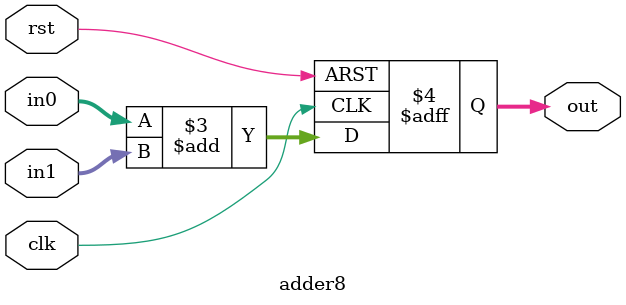
<source format=v>
`timescale 1ps/1ps

module adder8 (in0, in1, rst, clk, out);

    input        rst, clk;

    input [7:0]  in0, in1;

    output [7:0] out;

    reg [7:0]    out;

        always @ (negedge rst or posedge clk) begin

            if(!rst) out <= 0;

            else  out <= #1 in0 + in1;
        end
endmodule
</source>
